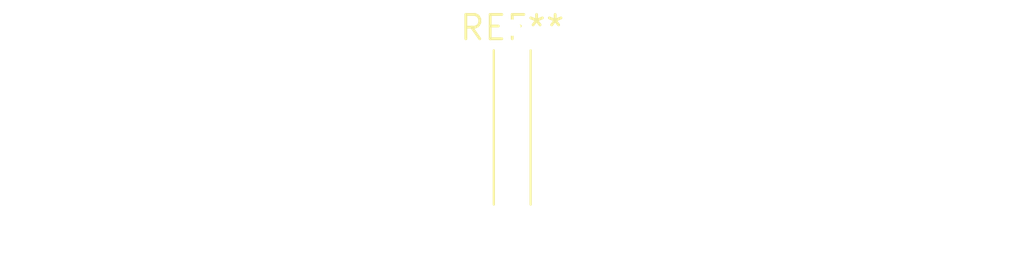
<source format=kicad_pcb>
(kicad_pcb (version 20240108) (generator pcbnew)
  (layers (0 "F.Cu" signal) (31 "B.Cu" signal) (34 "B.Paste" user) (35 "F.Paste" user) (36 "B.SilkS" user "B.Silkscreen") (37 "F.SilkS" user "F.Silkscreen") (38 "B.Mask" user) (39 "F.Mask" user) (44 "Edge.Cuts" user))
  (net 0 "")
  (footprint "SolderWire-0.25sqmm_1x01_D0.65mm_OD1.7mm_Relief" (layer "F.Cu") (at 0 0)
    (property "Reference" "REF**")
    (property "Value" "SolderWire-0.25sqmm_1x01_D0.65mm_OD1.7mm_Relief")
    (fp_line (start -0.96 1.185) (end -0.96 9.24) (layer "F.SilkS") (stroke (width 0.12)))
    (fp_line (start 0.96 1.185) (end 0.96 9.24) (layer "F.SilkS") (stroke (width 0.12)))
    (pad "" np_thru_hole circle (at 0 10.2) (size 2.2 2.2) (drill 2.2) (layers *.Cu *.Mask))
    (pad "1" thru_hole roundrect (at 0 0) (size 1.85 1.85) (drill 0.85) (layers *.Cu *.Mask) (remove_unused_layers) (roundrect_rratio 0.135135))
  )
)
</source>
